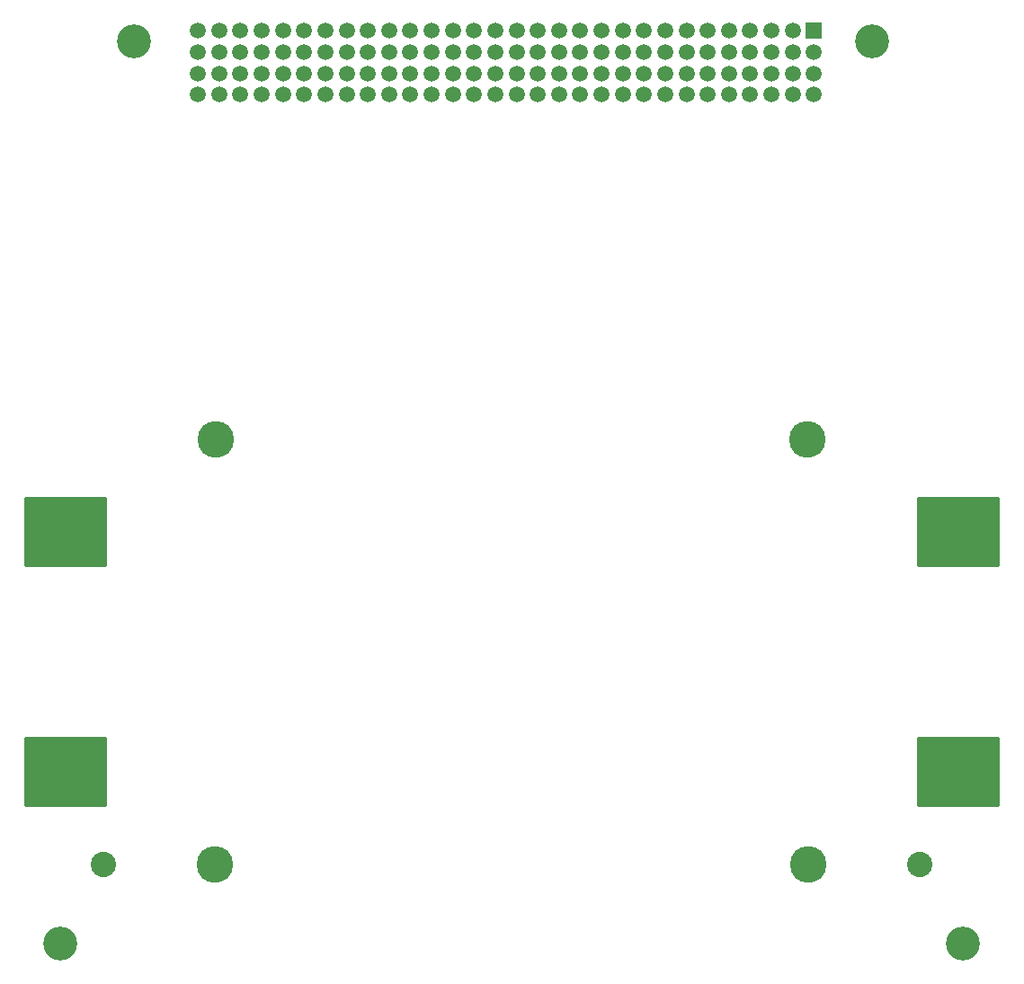
<source format=gbr>
%TF.GenerationSoftware,KiCad,Pcbnew,8.0.0*%
%TF.CreationDate,2025-01-17T01:01:01+02:00*%
%TF.ProjectId,diplomna_2024_bms_pcb_layout,6469706c-6f6d-46e6-915f-323032345f62,rev?*%
%TF.SameCoordinates,Original*%
%TF.FileFunction,Soldermask,Bot*%
%TF.FilePolarity,Negative*%
%FSLAX46Y46*%
G04 Gerber Fmt 4.6, Leading zero omitted, Abs format (unit mm)*
G04 Created by KiCad (PCBNEW 8.0.0) date 2025-01-17 01:01:01*
%MOMM*%
%LPD*%
G01*
G04 APERTURE LIST*
G04 Aperture macros list*
%AMRoundRect*
0 Rectangle with rounded corners*
0 $1 Rounding radius*
0 $2 $3 $4 $5 $6 $7 $8 $9 X,Y pos of 4 corners*
0 Add a 4 corners polygon primitive as box body*
4,1,4,$2,$3,$4,$5,$6,$7,$8,$9,$2,$3,0*
0 Add four circle primitives for the rounded corners*
1,1,$1+$1,$2,$3*
1,1,$1+$1,$4,$5*
1,1,$1+$1,$6,$7*
1,1,$1+$1,$8,$9*
0 Add four rect primitives between the rounded corners*
20,1,$1+$1,$2,$3,$4,$5,0*
20,1,$1+$1,$4,$5,$6,$7,0*
20,1,$1+$1,$6,$7,$8,$9,0*
20,1,$1+$1,$8,$9,$2,$3,0*%
G04 Aperture macros list end*
%ADD10C,3.200000*%
%ADD11R,1.500000X1.500000*%
%ADD12C,1.500000*%
%ADD13C,3.450000*%
%ADD14C,2.390000*%
%ADD15RoundRect,0.102000X3.770000X3.175000X-3.770000X3.175000X-3.770000X-3.175000X3.770000X-3.175000X0*%
G04 APERTURE END LIST*
D10*
%TO.C,REF\u002A\u002A*%
X265000000Y-139500000D03*
%TD*%
%TO.C,REF\u002A\u002A*%
X187000000Y-54500000D03*
%TD*%
%TO.C,REF\u002A\u002A*%
X180000000Y-139500000D03*
%TD*%
%TO.C,REF\u002A\u002A*%
X256500000Y-54500000D03*
%TD*%
D11*
%TO.C,J\u002A\u002A*%
X251000000Y-53500000D03*
D12*
X249000000Y-53500000D03*
X247000000Y-53500000D03*
X245000000Y-53500000D03*
X243000000Y-53500000D03*
X241000000Y-53500000D03*
X239000000Y-53500000D03*
X237000000Y-53500000D03*
X235000000Y-53500000D03*
X233000000Y-53500000D03*
X231000000Y-53500000D03*
X229000000Y-53500000D03*
X227000000Y-53500000D03*
X225000000Y-53500000D03*
X223000000Y-53500000D03*
X221000000Y-53500000D03*
X219000000Y-53500000D03*
X217000000Y-53500000D03*
X215000000Y-53500000D03*
X213000000Y-53500000D03*
X211000000Y-53500000D03*
X209000000Y-53500000D03*
X207000000Y-53500000D03*
X205000000Y-53500000D03*
X203000000Y-53500000D03*
X201000000Y-53500000D03*
X199000000Y-53500000D03*
X197000000Y-53500000D03*
X195000000Y-53500000D03*
X193000000Y-53500000D03*
X251000000Y-55500000D03*
X249000000Y-55500000D03*
X247000000Y-55500000D03*
X245000000Y-55500000D03*
X243000000Y-55500000D03*
X241000000Y-55500000D03*
X239000000Y-55500000D03*
X237000000Y-55500000D03*
X235000000Y-55500000D03*
X233000000Y-55500000D03*
X231000000Y-55500000D03*
X229000000Y-55500000D03*
X227000000Y-55500000D03*
X225000000Y-55500000D03*
X223000000Y-55500000D03*
X221000000Y-55500000D03*
X219000000Y-55500000D03*
X217000000Y-55500000D03*
X215000000Y-55500000D03*
X213000000Y-55500000D03*
X211000000Y-55500000D03*
X209000000Y-55500000D03*
X207000000Y-55500000D03*
X205000000Y-55500000D03*
X203000000Y-55500000D03*
X201000000Y-55500000D03*
X199000000Y-55500000D03*
X197000000Y-55500000D03*
X195000000Y-55500000D03*
X193000000Y-55500000D03*
X251000000Y-57500000D03*
X249000000Y-57500000D03*
X247000000Y-57500000D03*
X245000000Y-57500000D03*
X243000000Y-57500000D03*
X241000000Y-57500000D03*
X239000000Y-57500000D03*
X237000000Y-57500000D03*
X235000000Y-57500000D03*
X233000000Y-57500000D03*
X231000000Y-57500000D03*
X229000000Y-57500000D03*
X227000000Y-57500000D03*
X225000000Y-57500000D03*
X223000000Y-57500000D03*
X221000000Y-57500000D03*
X219000000Y-57500000D03*
X217000000Y-57500000D03*
X215000000Y-57500000D03*
X213000000Y-57500000D03*
X211000000Y-57500000D03*
X209000000Y-57500000D03*
X207000000Y-57500000D03*
X205000000Y-57500000D03*
X203000000Y-57500000D03*
X201000000Y-57500000D03*
X199000000Y-57500000D03*
X197000000Y-57500000D03*
X195000000Y-57500000D03*
X193000000Y-57500000D03*
X251000000Y-59500000D03*
X249000000Y-59500000D03*
X247000000Y-59500000D03*
X245000000Y-59500000D03*
X243000000Y-59500000D03*
X241000000Y-59500000D03*
X239000000Y-59500000D03*
X237000000Y-59500000D03*
X235000000Y-59500000D03*
X233000000Y-59500000D03*
X231000000Y-59500000D03*
X229000000Y-59500000D03*
X227000000Y-59500000D03*
X225000000Y-59500000D03*
X223000000Y-59500000D03*
X221000000Y-59500000D03*
X219000000Y-59500000D03*
X217000000Y-59500000D03*
X215000000Y-59500000D03*
X213000000Y-59500000D03*
X211000000Y-59500000D03*
X209000000Y-59500000D03*
X207000000Y-59500000D03*
X205000000Y-59500000D03*
X203000000Y-59500000D03*
X201000000Y-59500000D03*
X199000000Y-59500000D03*
X197000000Y-59500000D03*
X195000000Y-59500000D03*
X193000000Y-59500000D03*
%TD*%
D13*
%TO.C,REF\u002A\u002A*%
X194575000Y-132015000D03*
X250425000Y-91985000D03*
D14*
X260975000Y-132015000D03*
%TD*%
D13*
%TO.C,REF\u002A\u002A*%
X250500000Y-132030000D03*
X194650000Y-92000000D03*
D14*
X184100000Y-132030000D03*
D15*
X180525000Y-100735000D03*
X264625000Y-123295000D03*
X264625000Y-100735000D03*
X180525000Y-123295000D03*
%TD*%
M02*

</source>
